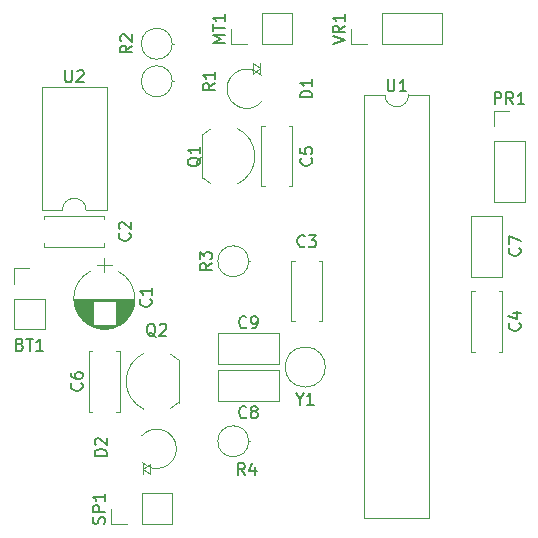
<source format=gto>
G04 #@! TF.FileFunction,Legend,Top*
%FSLAX46Y46*%
G04 Gerber Fmt 4.6, Leading zero omitted, Abs format (unit mm)*
G04 Created by KiCad (PCBNEW 4.0.7) date Thursday, January 11, 2018 'PMt' 11:46:20 PM*
%MOMM*%
%LPD*%
G01*
G04 APERTURE LIST*
%ADD10C,0.100000*%
%ADD11C,0.120000*%
%ADD12C,0.150000*%
G04 APERTURE END LIST*
D10*
D11*
X155210000Y-77985000D02*
X153440000Y-77985000D01*
X153440000Y-77985000D02*
X153440000Y-113785000D01*
X153440000Y-113785000D02*
X158980000Y-113785000D01*
X158980000Y-113785000D02*
X158980000Y-77985000D01*
X158980000Y-77985000D02*
X157210000Y-77985000D01*
X157210000Y-77985000D02*
G75*
G02X155210000Y-77985000I-1000000J0D01*
G01*
X129905000Y-87750000D02*
X131675000Y-87750000D01*
X131675000Y-87750000D02*
X131675000Y-77350000D01*
X131675000Y-77350000D02*
X126135000Y-77350000D01*
X126135000Y-77350000D02*
X126135000Y-87750000D01*
X126135000Y-87750000D02*
X127905000Y-87750000D01*
X127905000Y-87750000D02*
G75*
G02X129905000Y-87750000I1000000J0D01*
G01*
X148463000Y-99331000D02*
G75*
G03X148463000Y-102731000I0J-1700000D01*
G01*
X148463000Y-99331000D02*
G75*
G02X148463000Y-102731000I0J-1700000D01*
G01*
X126305000Y-88225000D02*
X131425000Y-88225000D01*
X126305000Y-90845000D02*
X131425000Y-90845000D01*
X126305000Y-88225000D02*
X126305000Y-88539000D01*
X126305000Y-90531000D02*
X126305000Y-90845000D01*
X131425000Y-88225000D02*
X131425000Y-88539000D01*
X131425000Y-90531000D02*
X131425000Y-90845000D01*
X149900000Y-92015000D02*
X149900000Y-97135000D01*
X147280000Y-92015000D02*
X147280000Y-97135000D01*
X149900000Y-92015000D02*
X149586000Y-92015000D01*
X147594000Y-92015000D02*
X147280000Y-92015000D01*
X149900000Y-97135000D02*
X149586000Y-97135000D01*
X147594000Y-97135000D02*
X147280000Y-97135000D01*
X162520000Y-99755000D02*
X162520000Y-94635000D01*
X165140000Y-99755000D02*
X165140000Y-94635000D01*
X162520000Y-99755000D02*
X162834000Y-99755000D01*
X164826000Y-99755000D02*
X165140000Y-99755000D01*
X162520000Y-94635000D02*
X162834000Y-94635000D01*
X164826000Y-94635000D02*
X165140000Y-94635000D01*
X147360000Y-80585000D02*
X147360000Y-85705000D01*
X144740000Y-80585000D02*
X144740000Y-85705000D01*
X147360000Y-80585000D02*
X147046000Y-80585000D01*
X145054000Y-80585000D02*
X144740000Y-80585000D01*
X147360000Y-85705000D02*
X147046000Y-85705000D01*
X145054000Y-85705000D02*
X144740000Y-85705000D01*
X130135000Y-104835000D02*
X130135000Y-99715000D01*
X132755000Y-104835000D02*
X132755000Y-99715000D01*
X130135000Y-104835000D02*
X130449000Y-104835000D01*
X132441000Y-104835000D02*
X132755000Y-104835000D01*
X130135000Y-99715000D02*
X130449000Y-99715000D01*
X132441000Y-99715000D02*
X132755000Y-99715000D01*
X162520000Y-93385000D02*
X162520000Y-88265000D01*
X165140000Y-93385000D02*
X165140000Y-88265000D01*
X162520000Y-93385000D02*
X165140000Y-93385000D01*
X162520000Y-88265000D02*
X165140000Y-88265000D01*
X146217000Y-103926000D02*
X141097000Y-103926000D01*
X146217000Y-101306000D02*
X141097000Y-101306000D01*
X146217000Y-103926000D02*
X146217000Y-101306000D01*
X141097000Y-103926000D02*
X141097000Y-101306000D01*
X146217000Y-100751000D02*
X141097000Y-100751000D01*
X146217000Y-98131000D02*
X141097000Y-98131000D01*
X146217000Y-100751000D02*
X146217000Y-98131000D01*
X141097000Y-100751000D02*
X141097000Y-98131000D01*
X144653000Y-76190000D02*
X144653000Y-75301000D01*
X144653000Y-75745500D02*
X144060333Y-76190000D01*
X144060333Y-76190000D02*
X144060333Y-75301000D01*
X144060333Y-75301000D02*
X144653000Y-75745500D01*
X144737400Y-76336495D02*
G75*
G03X144767516Y-78570000I-1227400J-1133505D01*
G01*
X134747000Y-109230000D02*
X134747000Y-110119000D01*
X134747000Y-109674500D02*
X135339667Y-109230000D01*
X135339667Y-109230000D02*
X135339667Y-110119000D01*
X135339667Y-110119000D02*
X134747000Y-109674500D01*
X134662600Y-109083505D02*
G75*
G03X134632484Y-106850000I1227400J1133505D01*
G01*
X147380000Y-73720000D02*
X147380000Y-71060000D01*
X144780000Y-73720000D02*
X147380000Y-73720000D01*
X144780000Y-71060000D02*
X147380000Y-71060000D01*
X144780000Y-73720000D02*
X144780000Y-71060000D01*
X143510000Y-73720000D02*
X142180000Y-73720000D01*
X142180000Y-73720000D02*
X142180000Y-72390000D01*
X164405000Y-87055000D02*
X167065000Y-87055000D01*
X164405000Y-81915000D02*
X164405000Y-87055000D01*
X167065000Y-81915000D02*
X167065000Y-87055000D01*
X164405000Y-81915000D02*
X167065000Y-81915000D01*
X164405000Y-80645000D02*
X164405000Y-79315000D01*
X164405000Y-79315000D02*
X165735000Y-79315000D01*
X137200000Y-76835000D02*
G75*
G03X137200000Y-76835000I-1310000J0D01*
G01*
X137200000Y-76835000D02*
X137330000Y-76835000D01*
X137200000Y-73660000D02*
G75*
G03X137200000Y-73660000I-1310000J0D01*
G01*
X137200000Y-73660000D02*
X137330000Y-73660000D01*
X143677000Y-92075000D02*
G75*
G03X143677000Y-92075000I-1310000J0D01*
G01*
X143677000Y-92075000D02*
X143807000Y-92075000D01*
X143677000Y-107315000D02*
G75*
G03X143677000Y-107315000I-1310000J0D01*
G01*
X143677000Y-107315000D02*
X143807000Y-107315000D01*
X137220000Y-114360000D02*
X137220000Y-111700000D01*
X134620000Y-114360000D02*
X137220000Y-114360000D01*
X134620000Y-111700000D02*
X137220000Y-111700000D01*
X134620000Y-114360000D02*
X134620000Y-111700000D01*
X133350000Y-114360000D02*
X132020000Y-114360000D01*
X132020000Y-114360000D02*
X132020000Y-113030000D01*
X160080000Y-73720000D02*
X160080000Y-71060000D01*
X154940000Y-73720000D02*
X160080000Y-73720000D01*
X154940000Y-71060000D02*
X160080000Y-71060000D01*
X154940000Y-73720000D02*
X154940000Y-71060000D01*
X153670000Y-73720000D02*
X152340000Y-73720000D01*
X152340000Y-73720000D02*
X152340000Y-72390000D01*
X123765000Y-97850000D02*
X126425000Y-97850000D01*
X123765000Y-95250000D02*
X123765000Y-97850000D01*
X126425000Y-95250000D02*
X126425000Y-97850000D01*
X123765000Y-95250000D02*
X126425000Y-95250000D01*
X123765000Y-93980000D02*
X123765000Y-92650000D01*
X123765000Y-92650000D02*
X125095000Y-92650000D01*
X132624723Y-97535722D02*
G75*
G03X132625000Y-92924420I-1179723J2305722D01*
G01*
X130265277Y-97535722D02*
G75*
G02X130265000Y-92924420I1179723J2305722D01*
G01*
X130265277Y-97535722D02*
G75*
G03X132625000Y-97535580I1179723J2305722D01*
G01*
X133995000Y-95230000D02*
X128895000Y-95230000D01*
X133995000Y-95270000D02*
X128895000Y-95270000D01*
X133994000Y-95310000D02*
X128896000Y-95310000D01*
X133993000Y-95350000D02*
X128897000Y-95350000D01*
X133991000Y-95390000D02*
X128899000Y-95390000D01*
X133988000Y-95430000D02*
X128902000Y-95430000D01*
X133984000Y-95470000D02*
X128906000Y-95470000D01*
X133980000Y-95510000D02*
X132425000Y-95510000D01*
X130465000Y-95510000D02*
X128910000Y-95510000D01*
X133976000Y-95550000D02*
X132425000Y-95550000D01*
X130465000Y-95550000D02*
X128914000Y-95550000D01*
X133970000Y-95590000D02*
X132425000Y-95590000D01*
X130465000Y-95590000D02*
X128920000Y-95590000D01*
X133964000Y-95630000D02*
X132425000Y-95630000D01*
X130465000Y-95630000D02*
X128926000Y-95630000D01*
X133958000Y-95670000D02*
X132425000Y-95670000D01*
X130465000Y-95670000D02*
X128932000Y-95670000D01*
X133951000Y-95710000D02*
X132425000Y-95710000D01*
X130465000Y-95710000D02*
X128939000Y-95710000D01*
X133943000Y-95750000D02*
X132425000Y-95750000D01*
X130465000Y-95750000D02*
X128947000Y-95750000D01*
X133934000Y-95790000D02*
X132425000Y-95790000D01*
X130465000Y-95790000D02*
X128956000Y-95790000D01*
X133925000Y-95830000D02*
X132425000Y-95830000D01*
X130465000Y-95830000D02*
X128965000Y-95830000D01*
X133915000Y-95870000D02*
X132425000Y-95870000D01*
X130465000Y-95870000D02*
X128975000Y-95870000D01*
X133905000Y-95910000D02*
X132425000Y-95910000D01*
X130465000Y-95910000D02*
X128985000Y-95910000D01*
X133893000Y-95951000D02*
X132425000Y-95951000D01*
X130465000Y-95951000D02*
X128997000Y-95951000D01*
X133881000Y-95991000D02*
X132425000Y-95991000D01*
X130465000Y-95991000D02*
X129009000Y-95991000D01*
X133869000Y-96031000D02*
X132425000Y-96031000D01*
X130465000Y-96031000D02*
X129021000Y-96031000D01*
X133855000Y-96071000D02*
X132425000Y-96071000D01*
X130465000Y-96071000D02*
X129035000Y-96071000D01*
X133841000Y-96111000D02*
X132425000Y-96111000D01*
X130465000Y-96111000D02*
X129049000Y-96111000D01*
X133827000Y-96151000D02*
X132425000Y-96151000D01*
X130465000Y-96151000D02*
X129063000Y-96151000D01*
X133811000Y-96191000D02*
X132425000Y-96191000D01*
X130465000Y-96191000D02*
X129079000Y-96191000D01*
X133795000Y-96231000D02*
X132425000Y-96231000D01*
X130465000Y-96231000D02*
X129095000Y-96231000D01*
X133778000Y-96271000D02*
X132425000Y-96271000D01*
X130465000Y-96271000D02*
X129112000Y-96271000D01*
X133760000Y-96311000D02*
X132425000Y-96311000D01*
X130465000Y-96311000D02*
X129130000Y-96311000D01*
X133741000Y-96351000D02*
X132425000Y-96351000D01*
X130465000Y-96351000D02*
X129149000Y-96351000D01*
X133721000Y-96391000D02*
X132425000Y-96391000D01*
X130465000Y-96391000D02*
X129169000Y-96391000D01*
X133701000Y-96431000D02*
X132425000Y-96431000D01*
X130465000Y-96431000D02*
X129189000Y-96431000D01*
X133679000Y-96471000D02*
X132425000Y-96471000D01*
X130465000Y-96471000D02*
X129211000Y-96471000D01*
X133657000Y-96511000D02*
X132425000Y-96511000D01*
X130465000Y-96511000D02*
X129233000Y-96511000D01*
X133634000Y-96551000D02*
X132425000Y-96551000D01*
X130465000Y-96551000D02*
X129256000Y-96551000D01*
X133610000Y-96591000D02*
X132425000Y-96591000D01*
X130465000Y-96591000D02*
X129280000Y-96591000D01*
X133585000Y-96631000D02*
X132425000Y-96631000D01*
X130465000Y-96631000D02*
X129305000Y-96631000D01*
X133558000Y-96671000D02*
X132425000Y-96671000D01*
X130465000Y-96671000D02*
X129332000Y-96671000D01*
X133531000Y-96711000D02*
X132425000Y-96711000D01*
X130465000Y-96711000D02*
X129359000Y-96711000D01*
X133503000Y-96751000D02*
X132425000Y-96751000D01*
X130465000Y-96751000D02*
X129387000Y-96751000D01*
X133473000Y-96791000D02*
X132425000Y-96791000D01*
X130465000Y-96791000D02*
X129417000Y-96791000D01*
X133442000Y-96831000D02*
X132425000Y-96831000D01*
X130465000Y-96831000D02*
X129448000Y-96831000D01*
X133410000Y-96871000D02*
X132425000Y-96871000D01*
X130465000Y-96871000D02*
X129480000Y-96871000D01*
X133377000Y-96911000D02*
X132425000Y-96911000D01*
X130465000Y-96911000D02*
X129513000Y-96911000D01*
X133342000Y-96951000D02*
X132425000Y-96951000D01*
X130465000Y-96951000D02*
X129548000Y-96951000D01*
X133306000Y-96991000D02*
X132425000Y-96991000D01*
X130465000Y-96991000D02*
X129584000Y-96991000D01*
X133268000Y-97031000D02*
X132425000Y-97031000D01*
X130465000Y-97031000D02*
X129622000Y-97031000D01*
X133228000Y-97071000D02*
X132425000Y-97071000D01*
X130465000Y-97071000D02*
X129662000Y-97071000D01*
X133187000Y-97111000D02*
X132425000Y-97111000D01*
X130465000Y-97111000D02*
X129703000Y-97111000D01*
X133144000Y-97151000D02*
X132425000Y-97151000D01*
X130465000Y-97151000D02*
X129746000Y-97151000D01*
X133099000Y-97191000D02*
X132425000Y-97191000D01*
X130465000Y-97191000D02*
X129791000Y-97191000D01*
X133051000Y-97231000D02*
X132425000Y-97231000D01*
X130465000Y-97231000D02*
X129839000Y-97231000D01*
X133001000Y-97271000D02*
X132425000Y-97271000D01*
X130465000Y-97271000D02*
X129889000Y-97271000D01*
X132949000Y-97311000D02*
X132425000Y-97311000D01*
X130465000Y-97311000D02*
X129941000Y-97311000D01*
X132893000Y-97351000D02*
X132425000Y-97351000D01*
X130465000Y-97351000D02*
X129997000Y-97351000D01*
X132835000Y-97391000D02*
X132425000Y-97391000D01*
X130465000Y-97391000D02*
X130055000Y-97391000D01*
X132772000Y-97431000D02*
X132425000Y-97431000D01*
X130465000Y-97431000D02*
X130118000Y-97431000D01*
X132706000Y-97471000D02*
X130184000Y-97471000D01*
X132634000Y-97511000D02*
X130256000Y-97511000D01*
X132557000Y-97551000D02*
X130333000Y-97551000D01*
X132473000Y-97591000D02*
X130417000Y-97591000D01*
X132379000Y-97631000D02*
X130511000Y-97631000D01*
X132274000Y-97671000D02*
X130616000Y-97671000D01*
X132152000Y-97711000D02*
X130738000Y-97711000D01*
X132004000Y-97751000D02*
X130886000Y-97751000D01*
X131799000Y-97791000D02*
X131091000Y-97791000D01*
X131445000Y-91780000D02*
X131445000Y-92980000D01*
X132095000Y-92380000D02*
X130795000Y-92380000D01*
X139755000Y-81385000D02*
X139755000Y-84985000D01*
X140482205Y-80860816D02*
G75*
G03X139755000Y-81385000I1122795J-2324184D01*
G01*
X142703807Y-80828600D02*
G75*
G02X144205000Y-83185000I-1098807J-2356400D01*
G01*
X142703807Y-85541400D02*
G75*
G03X144205000Y-83185000I-1098807J2356400D01*
G01*
X140482205Y-85509184D02*
G75*
G02X139755000Y-84985000I1122795J2324184D01*
G01*
X137740000Y-104035000D02*
X137740000Y-100435000D01*
X137012795Y-104559184D02*
G75*
G03X137740000Y-104035000I-1122795J2324184D01*
G01*
X134791193Y-104591400D02*
G75*
G02X133290000Y-102235000I1098807J2356400D01*
G01*
X134791193Y-99878600D02*
G75*
G03X133290000Y-102235000I1098807J-2356400D01*
G01*
X137012795Y-99910816D02*
G75*
G02X137740000Y-100435000I-1122795J-2324184D01*
G01*
D12*
X155448095Y-76668381D02*
X155448095Y-77477905D01*
X155495714Y-77573143D01*
X155543333Y-77620762D01*
X155638571Y-77668381D01*
X155829048Y-77668381D01*
X155924286Y-77620762D01*
X155971905Y-77573143D01*
X156019524Y-77477905D01*
X156019524Y-76668381D01*
X157019524Y-77668381D02*
X156448095Y-77668381D01*
X156733809Y-77668381D02*
X156733809Y-76668381D01*
X156638571Y-76811238D01*
X156543333Y-76906476D01*
X156448095Y-76954095D01*
X128143095Y-75906381D02*
X128143095Y-76715905D01*
X128190714Y-76811143D01*
X128238333Y-76858762D01*
X128333571Y-76906381D01*
X128524048Y-76906381D01*
X128619286Y-76858762D01*
X128666905Y-76811143D01*
X128714524Y-76715905D01*
X128714524Y-75906381D01*
X129143095Y-76001619D02*
X129190714Y-75954000D01*
X129285952Y-75906381D01*
X129524048Y-75906381D01*
X129619286Y-75954000D01*
X129666905Y-76001619D01*
X129714524Y-76096857D01*
X129714524Y-76192095D01*
X129666905Y-76334952D01*
X129095476Y-76906381D01*
X129714524Y-76906381D01*
X147986809Y-103735190D02*
X147986809Y-104211381D01*
X147653476Y-103211381D02*
X147986809Y-103735190D01*
X148320143Y-103211381D01*
X149177286Y-104211381D02*
X148605857Y-104211381D01*
X148891571Y-104211381D02*
X148891571Y-103211381D01*
X148796333Y-103354238D01*
X148701095Y-103449476D01*
X148605857Y-103497095D01*
X133580143Y-89701666D02*
X133627762Y-89749285D01*
X133675381Y-89892142D01*
X133675381Y-89987380D01*
X133627762Y-90130238D01*
X133532524Y-90225476D01*
X133437286Y-90273095D01*
X133246810Y-90320714D01*
X133103952Y-90320714D01*
X132913476Y-90273095D01*
X132818238Y-90225476D01*
X132723000Y-90130238D01*
X132675381Y-89987380D01*
X132675381Y-89892142D01*
X132723000Y-89749285D01*
X132770619Y-89701666D01*
X132770619Y-89320714D02*
X132723000Y-89273095D01*
X132675381Y-89177857D01*
X132675381Y-88939761D01*
X132723000Y-88844523D01*
X132770619Y-88796904D01*
X132865857Y-88749285D01*
X132961095Y-88749285D01*
X133103952Y-88796904D01*
X133675381Y-89368333D01*
X133675381Y-88749285D01*
X148423334Y-90781143D02*
X148375715Y-90828762D01*
X148232858Y-90876381D01*
X148137620Y-90876381D01*
X147994762Y-90828762D01*
X147899524Y-90733524D01*
X147851905Y-90638286D01*
X147804286Y-90447810D01*
X147804286Y-90304952D01*
X147851905Y-90114476D01*
X147899524Y-90019238D01*
X147994762Y-89924000D01*
X148137620Y-89876381D01*
X148232858Y-89876381D01*
X148375715Y-89924000D01*
X148423334Y-89971619D01*
X148756667Y-89876381D02*
X149375715Y-89876381D01*
X149042381Y-90257333D01*
X149185239Y-90257333D01*
X149280477Y-90304952D01*
X149328096Y-90352571D01*
X149375715Y-90447810D01*
X149375715Y-90685905D01*
X149328096Y-90781143D01*
X149280477Y-90828762D01*
X149185239Y-90876381D01*
X148899524Y-90876381D01*
X148804286Y-90828762D01*
X148756667Y-90781143D01*
X166600143Y-97321666D02*
X166647762Y-97369285D01*
X166695381Y-97512142D01*
X166695381Y-97607380D01*
X166647762Y-97750238D01*
X166552524Y-97845476D01*
X166457286Y-97893095D01*
X166266810Y-97940714D01*
X166123952Y-97940714D01*
X165933476Y-97893095D01*
X165838238Y-97845476D01*
X165743000Y-97750238D01*
X165695381Y-97607380D01*
X165695381Y-97512142D01*
X165743000Y-97369285D01*
X165790619Y-97321666D01*
X166028714Y-96464523D02*
X166695381Y-96464523D01*
X165647762Y-96702619D02*
X166362048Y-96940714D01*
X166362048Y-96321666D01*
X148947143Y-83351666D02*
X148994762Y-83399285D01*
X149042381Y-83542142D01*
X149042381Y-83637380D01*
X148994762Y-83780238D01*
X148899524Y-83875476D01*
X148804286Y-83923095D01*
X148613810Y-83970714D01*
X148470952Y-83970714D01*
X148280476Y-83923095D01*
X148185238Y-83875476D01*
X148090000Y-83780238D01*
X148042381Y-83637380D01*
X148042381Y-83542142D01*
X148090000Y-83399285D01*
X148137619Y-83351666D01*
X148042381Y-82446904D02*
X148042381Y-82923095D01*
X148518571Y-82970714D01*
X148470952Y-82923095D01*
X148423333Y-82827857D01*
X148423333Y-82589761D01*
X148470952Y-82494523D01*
X148518571Y-82446904D01*
X148613810Y-82399285D01*
X148851905Y-82399285D01*
X148947143Y-82446904D01*
X148994762Y-82494523D01*
X149042381Y-82589761D01*
X149042381Y-82827857D01*
X148994762Y-82923095D01*
X148947143Y-82970714D01*
X129516143Y-102401666D02*
X129563762Y-102449285D01*
X129611381Y-102592142D01*
X129611381Y-102687380D01*
X129563762Y-102830238D01*
X129468524Y-102925476D01*
X129373286Y-102973095D01*
X129182810Y-103020714D01*
X129039952Y-103020714D01*
X128849476Y-102973095D01*
X128754238Y-102925476D01*
X128659000Y-102830238D01*
X128611381Y-102687380D01*
X128611381Y-102592142D01*
X128659000Y-102449285D01*
X128706619Y-102401666D01*
X128611381Y-101544523D02*
X128611381Y-101735000D01*
X128659000Y-101830238D01*
X128706619Y-101877857D01*
X128849476Y-101973095D01*
X129039952Y-102020714D01*
X129420905Y-102020714D01*
X129516143Y-101973095D01*
X129563762Y-101925476D01*
X129611381Y-101830238D01*
X129611381Y-101639761D01*
X129563762Y-101544523D01*
X129516143Y-101496904D01*
X129420905Y-101449285D01*
X129182810Y-101449285D01*
X129087571Y-101496904D01*
X129039952Y-101544523D01*
X128992333Y-101639761D01*
X128992333Y-101830238D01*
X129039952Y-101925476D01*
X129087571Y-101973095D01*
X129182810Y-102020714D01*
X166600143Y-90971666D02*
X166647762Y-91019285D01*
X166695381Y-91162142D01*
X166695381Y-91257380D01*
X166647762Y-91400238D01*
X166552524Y-91495476D01*
X166457286Y-91543095D01*
X166266810Y-91590714D01*
X166123952Y-91590714D01*
X165933476Y-91543095D01*
X165838238Y-91495476D01*
X165743000Y-91400238D01*
X165695381Y-91257380D01*
X165695381Y-91162142D01*
X165743000Y-91019285D01*
X165790619Y-90971666D01*
X165695381Y-90638333D02*
X165695381Y-89971666D01*
X166695381Y-90400238D01*
X143470334Y-105259143D02*
X143422715Y-105306762D01*
X143279858Y-105354381D01*
X143184620Y-105354381D01*
X143041762Y-105306762D01*
X142946524Y-105211524D01*
X142898905Y-105116286D01*
X142851286Y-104925810D01*
X142851286Y-104782952D01*
X142898905Y-104592476D01*
X142946524Y-104497238D01*
X143041762Y-104402000D01*
X143184620Y-104354381D01*
X143279858Y-104354381D01*
X143422715Y-104402000D01*
X143470334Y-104449619D01*
X144041762Y-104782952D02*
X143946524Y-104735333D01*
X143898905Y-104687714D01*
X143851286Y-104592476D01*
X143851286Y-104544857D01*
X143898905Y-104449619D01*
X143946524Y-104402000D01*
X144041762Y-104354381D01*
X144232239Y-104354381D01*
X144327477Y-104402000D01*
X144375096Y-104449619D01*
X144422715Y-104544857D01*
X144422715Y-104592476D01*
X144375096Y-104687714D01*
X144327477Y-104735333D01*
X144232239Y-104782952D01*
X144041762Y-104782952D01*
X143946524Y-104830571D01*
X143898905Y-104878190D01*
X143851286Y-104973429D01*
X143851286Y-105163905D01*
X143898905Y-105259143D01*
X143946524Y-105306762D01*
X144041762Y-105354381D01*
X144232239Y-105354381D01*
X144327477Y-105306762D01*
X144375096Y-105259143D01*
X144422715Y-105163905D01*
X144422715Y-104973429D01*
X144375096Y-104878190D01*
X144327477Y-104830571D01*
X144232239Y-104782952D01*
X143470334Y-97639143D02*
X143422715Y-97686762D01*
X143279858Y-97734381D01*
X143184620Y-97734381D01*
X143041762Y-97686762D01*
X142946524Y-97591524D01*
X142898905Y-97496286D01*
X142851286Y-97305810D01*
X142851286Y-97162952D01*
X142898905Y-96972476D01*
X142946524Y-96877238D01*
X143041762Y-96782000D01*
X143184620Y-96734381D01*
X143279858Y-96734381D01*
X143422715Y-96782000D01*
X143470334Y-96829619D01*
X143946524Y-97734381D02*
X144137000Y-97734381D01*
X144232239Y-97686762D01*
X144279858Y-97639143D01*
X144375096Y-97496286D01*
X144422715Y-97305810D01*
X144422715Y-96924857D01*
X144375096Y-96829619D01*
X144327477Y-96782000D01*
X144232239Y-96734381D01*
X144041762Y-96734381D01*
X143946524Y-96782000D01*
X143898905Y-96829619D01*
X143851286Y-96924857D01*
X143851286Y-97162952D01*
X143898905Y-97258190D01*
X143946524Y-97305810D01*
X144041762Y-97353429D01*
X144232239Y-97353429D01*
X144327477Y-97305810D01*
X144375096Y-97258190D01*
X144422715Y-97162952D01*
X149042381Y-78208095D02*
X148042381Y-78208095D01*
X148042381Y-77970000D01*
X148090000Y-77827142D01*
X148185238Y-77731904D01*
X148280476Y-77684285D01*
X148470952Y-77636666D01*
X148613810Y-77636666D01*
X148804286Y-77684285D01*
X148899524Y-77731904D01*
X148994762Y-77827142D01*
X149042381Y-77970000D01*
X149042381Y-78208095D01*
X149042381Y-76684285D02*
X149042381Y-77255714D01*
X149042381Y-76970000D02*
X148042381Y-76970000D01*
X148185238Y-77065238D01*
X148280476Y-77160476D01*
X148328095Y-77255714D01*
X131643381Y-108561095D02*
X130643381Y-108561095D01*
X130643381Y-108323000D01*
X130691000Y-108180142D01*
X130786238Y-108084904D01*
X130881476Y-108037285D01*
X131071952Y-107989666D01*
X131214810Y-107989666D01*
X131405286Y-108037285D01*
X131500524Y-108084904D01*
X131595762Y-108180142D01*
X131643381Y-108323000D01*
X131643381Y-108561095D01*
X130738619Y-107608714D02*
X130691000Y-107561095D01*
X130643381Y-107465857D01*
X130643381Y-107227761D01*
X130691000Y-107132523D01*
X130738619Y-107084904D01*
X130833857Y-107037285D01*
X130929095Y-107037285D01*
X131071952Y-107084904D01*
X131643381Y-107656333D01*
X131643381Y-107037285D01*
X141632381Y-73580476D02*
X140632381Y-73580476D01*
X141346667Y-73247142D01*
X140632381Y-72913809D01*
X141632381Y-72913809D01*
X140632381Y-72580476D02*
X140632381Y-72009047D01*
X141632381Y-72294762D02*
X140632381Y-72294762D01*
X141632381Y-71151904D02*
X141632381Y-71723333D01*
X141632381Y-71437619D02*
X140632381Y-71437619D01*
X140775238Y-71532857D01*
X140870476Y-71628095D01*
X140918095Y-71723333D01*
X164496905Y-78767381D02*
X164496905Y-77767381D01*
X164877858Y-77767381D01*
X164973096Y-77815000D01*
X165020715Y-77862619D01*
X165068334Y-77957857D01*
X165068334Y-78100714D01*
X165020715Y-78195952D01*
X164973096Y-78243571D01*
X164877858Y-78291190D01*
X164496905Y-78291190D01*
X166068334Y-78767381D02*
X165735000Y-78291190D01*
X165496905Y-78767381D02*
X165496905Y-77767381D01*
X165877858Y-77767381D01*
X165973096Y-77815000D01*
X166020715Y-77862619D01*
X166068334Y-77957857D01*
X166068334Y-78100714D01*
X166020715Y-78195952D01*
X165973096Y-78243571D01*
X165877858Y-78291190D01*
X165496905Y-78291190D01*
X167020715Y-78767381D02*
X166449286Y-78767381D01*
X166735000Y-78767381D02*
X166735000Y-77767381D01*
X166639762Y-77910238D01*
X166544524Y-78005476D01*
X166449286Y-78053095D01*
X140787381Y-77001666D02*
X140311190Y-77335000D01*
X140787381Y-77573095D02*
X139787381Y-77573095D01*
X139787381Y-77192142D01*
X139835000Y-77096904D01*
X139882619Y-77049285D01*
X139977857Y-77001666D01*
X140120714Y-77001666D01*
X140215952Y-77049285D01*
X140263571Y-77096904D01*
X140311190Y-77192142D01*
X140311190Y-77573095D01*
X140787381Y-76049285D02*
X140787381Y-76620714D01*
X140787381Y-76335000D02*
X139787381Y-76335000D01*
X139930238Y-76430238D01*
X140025476Y-76525476D01*
X140073095Y-76620714D01*
X133802381Y-73826666D02*
X133326190Y-74160000D01*
X133802381Y-74398095D02*
X132802381Y-74398095D01*
X132802381Y-74017142D01*
X132850000Y-73921904D01*
X132897619Y-73874285D01*
X132992857Y-73826666D01*
X133135714Y-73826666D01*
X133230952Y-73874285D01*
X133278571Y-73921904D01*
X133326190Y-74017142D01*
X133326190Y-74398095D01*
X132897619Y-73445714D02*
X132850000Y-73398095D01*
X132802381Y-73302857D01*
X132802381Y-73064761D01*
X132850000Y-72969523D01*
X132897619Y-72921904D01*
X132992857Y-72874285D01*
X133088095Y-72874285D01*
X133230952Y-72921904D01*
X133802381Y-73493333D01*
X133802381Y-72874285D01*
X140533381Y-92241666D02*
X140057190Y-92575000D01*
X140533381Y-92813095D02*
X139533381Y-92813095D01*
X139533381Y-92432142D01*
X139581000Y-92336904D01*
X139628619Y-92289285D01*
X139723857Y-92241666D01*
X139866714Y-92241666D01*
X139961952Y-92289285D01*
X140009571Y-92336904D01*
X140057190Y-92432142D01*
X140057190Y-92813095D01*
X139533381Y-91908333D02*
X139533381Y-91289285D01*
X139914333Y-91622619D01*
X139914333Y-91479761D01*
X139961952Y-91384523D01*
X140009571Y-91336904D01*
X140104810Y-91289285D01*
X140342905Y-91289285D01*
X140438143Y-91336904D01*
X140485762Y-91384523D01*
X140533381Y-91479761D01*
X140533381Y-91765476D01*
X140485762Y-91860714D01*
X140438143Y-91908333D01*
X143343334Y-110180381D02*
X143010000Y-109704190D01*
X142771905Y-110180381D02*
X142771905Y-109180381D01*
X143152858Y-109180381D01*
X143248096Y-109228000D01*
X143295715Y-109275619D01*
X143343334Y-109370857D01*
X143343334Y-109513714D01*
X143295715Y-109608952D01*
X143248096Y-109656571D01*
X143152858Y-109704190D01*
X142771905Y-109704190D01*
X144200477Y-109513714D02*
X144200477Y-110180381D01*
X143962381Y-109132762D02*
X143724286Y-109847048D01*
X144343334Y-109847048D01*
X131424762Y-114291905D02*
X131472381Y-114149048D01*
X131472381Y-113910952D01*
X131424762Y-113815714D01*
X131377143Y-113768095D01*
X131281905Y-113720476D01*
X131186667Y-113720476D01*
X131091429Y-113768095D01*
X131043810Y-113815714D01*
X130996190Y-113910952D01*
X130948571Y-114101429D01*
X130900952Y-114196667D01*
X130853333Y-114244286D01*
X130758095Y-114291905D01*
X130662857Y-114291905D01*
X130567619Y-114244286D01*
X130520000Y-114196667D01*
X130472381Y-114101429D01*
X130472381Y-113863333D01*
X130520000Y-113720476D01*
X131472381Y-113291905D02*
X130472381Y-113291905D01*
X130472381Y-112910952D01*
X130520000Y-112815714D01*
X130567619Y-112768095D01*
X130662857Y-112720476D01*
X130805714Y-112720476D01*
X130900952Y-112768095D01*
X130948571Y-112815714D01*
X130996190Y-112910952D01*
X130996190Y-113291905D01*
X131472381Y-111768095D02*
X131472381Y-112339524D01*
X131472381Y-112053810D02*
X130472381Y-112053810D01*
X130615238Y-112149048D01*
X130710476Y-112244286D01*
X130758095Y-112339524D01*
X150792381Y-73699524D02*
X151792381Y-73366191D01*
X150792381Y-73032857D01*
X151792381Y-72128095D02*
X151316190Y-72461429D01*
X151792381Y-72699524D02*
X150792381Y-72699524D01*
X150792381Y-72318571D01*
X150840000Y-72223333D01*
X150887619Y-72175714D01*
X150982857Y-72128095D01*
X151125714Y-72128095D01*
X151220952Y-72175714D01*
X151268571Y-72223333D01*
X151316190Y-72318571D01*
X151316190Y-72699524D01*
X151792381Y-71175714D02*
X151792381Y-71747143D01*
X151792381Y-71461429D02*
X150792381Y-71461429D01*
X150935238Y-71556667D01*
X151030476Y-71651905D01*
X151078095Y-71747143D01*
X124309286Y-99115571D02*
X124452143Y-99163190D01*
X124499762Y-99210810D01*
X124547381Y-99306048D01*
X124547381Y-99448905D01*
X124499762Y-99544143D01*
X124452143Y-99591762D01*
X124356905Y-99639381D01*
X123975952Y-99639381D01*
X123975952Y-98639381D01*
X124309286Y-98639381D01*
X124404524Y-98687000D01*
X124452143Y-98734619D01*
X124499762Y-98829857D01*
X124499762Y-98925095D01*
X124452143Y-99020333D01*
X124404524Y-99067952D01*
X124309286Y-99115571D01*
X123975952Y-99115571D01*
X124833095Y-98639381D02*
X125404524Y-98639381D01*
X125118809Y-99639381D02*
X125118809Y-98639381D01*
X126261667Y-99639381D02*
X125690238Y-99639381D01*
X125975952Y-99639381D02*
X125975952Y-98639381D01*
X125880714Y-98782238D01*
X125785476Y-98877476D01*
X125690238Y-98925095D01*
X135358143Y-95289666D02*
X135405762Y-95337285D01*
X135453381Y-95480142D01*
X135453381Y-95575380D01*
X135405762Y-95718238D01*
X135310524Y-95813476D01*
X135215286Y-95861095D01*
X135024810Y-95908714D01*
X134881952Y-95908714D01*
X134691476Y-95861095D01*
X134596238Y-95813476D01*
X134501000Y-95718238D01*
X134453381Y-95575380D01*
X134453381Y-95480142D01*
X134501000Y-95337285D01*
X134548619Y-95289666D01*
X135453381Y-94337285D02*
X135453381Y-94908714D01*
X135453381Y-94623000D02*
X134453381Y-94623000D01*
X134596238Y-94718238D01*
X134691476Y-94813476D01*
X134739095Y-94908714D01*
X139612619Y-83280238D02*
X139565000Y-83375476D01*
X139469762Y-83470714D01*
X139326905Y-83613571D01*
X139279286Y-83708810D01*
X139279286Y-83804048D01*
X139517381Y-83756429D02*
X139469762Y-83851667D01*
X139374524Y-83946905D01*
X139184048Y-83994524D01*
X138850714Y-83994524D01*
X138660238Y-83946905D01*
X138565000Y-83851667D01*
X138517381Y-83756429D01*
X138517381Y-83565952D01*
X138565000Y-83470714D01*
X138660238Y-83375476D01*
X138850714Y-83327857D01*
X139184048Y-83327857D01*
X139374524Y-83375476D01*
X139469762Y-83470714D01*
X139517381Y-83565952D01*
X139517381Y-83756429D01*
X139517381Y-82375476D02*
X139517381Y-82946905D01*
X139517381Y-82661191D02*
X138517381Y-82661191D01*
X138660238Y-82756429D01*
X138755476Y-82851667D01*
X138803095Y-82946905D01*
X135794762Y-98464619D02*
X135699524Y-98417000D01*
X135604286Y-98321762D01*
X135461429Y-98178905D01*
X135366190Y-98131286D01*
X135270952Y-98131286D01*
X135318571Y-98369381D02*
X135223333Y-98321762D01*
X135128095Y-98226524D01*
X135080476Y-98036048D01*
X135080476Y-97702714D01*
X135128095Y-97512238D01*
X135223333Y-97417000D01*
X135318571Y-97369381D01*
X135509048Y-97369381D01*
X135604286Y-97417000D01*
X135699524Y-97512238D01*
X135747143Y-97702714D01*
X135747143Y-98036048D01*
X135699524Y-98226524D01*
X135604286Y-98321762D01*
X135509048Y-98369381D01*
X135318571Y-98369381D01*
X136128095Y-97464619D02*
X136175714Y-97417000D01*
X136270952Y-97369381D01*
X136509048Y-97369381D01*
X136604286Y-97417000D01*
X136651905Y-97464619D01*
X136699524Y-97559857D01*
X136699524Y-97655095D01*
X136651905Y-97797952D01*
X136080476Y-98369381D01*
X136699524Y-98369381D01*
M02*

</source>
